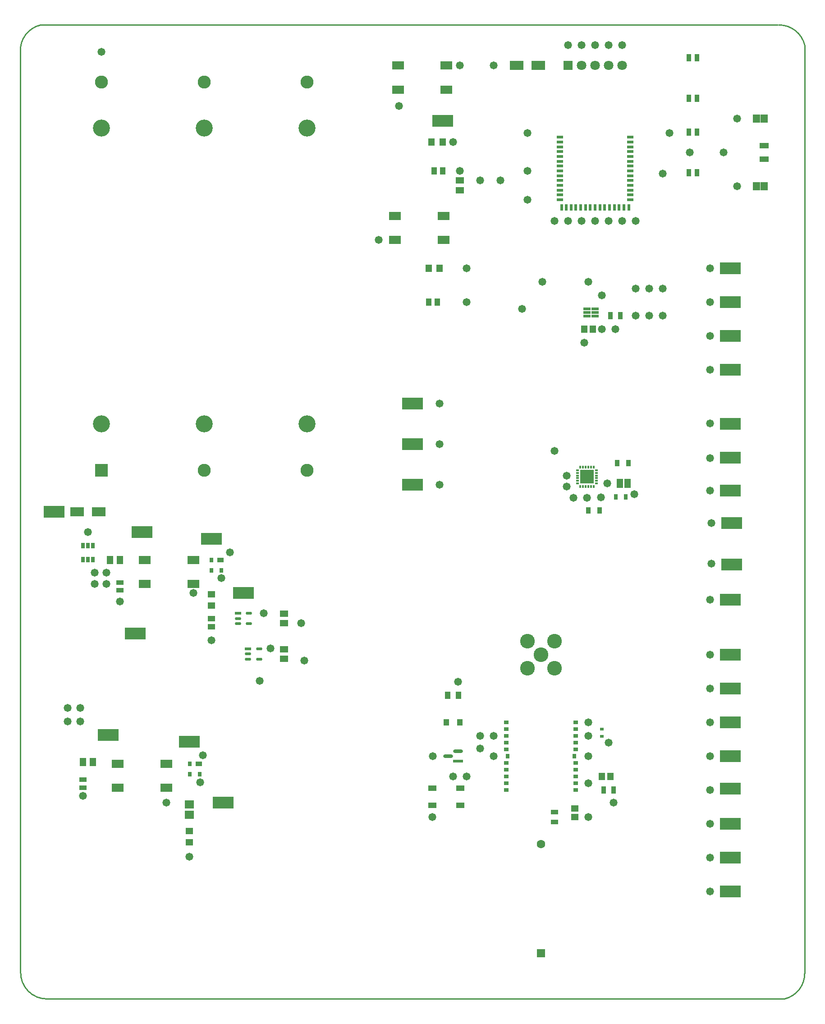
<source format=gts>
G04*
G04 #@! TF.GenerationSoftware,Altium Limited,Altium Designer,22.6.1 (34)*
G04*
G04 Layer_Color=8388736*
%FSLAX25Y25*%
%MOIN*%
G70*
G04*
G04 #@! TF.SameCoordinates,0C23EDBF-805D-421A-8D3F-8ECBED75DDC4*
G04*
G04*
G04 #@! TF.FilePolarity,Negative*
G04*
G01*
G75*
%ADD14C,0.01000*%
%ADD15R,0.01968X0.01378*%
%ADD16R,0.01378X0.01968*%
%ADD17R,0.09843X0.09843*%
%ADD19R,0.03543X0.05118*%
%ADD20R,0.03150X0.04134*%
%ADD22R,0.03937X0.05315*%
%ADD23R,0.04331X0.04921*%
%ADD25R,0.05512X0.03740*%
%ADD26R,0.05363X0.04755*%
%ADD27R,0.03150X0.02362*%
%ADD28R,0.04755X0.05363*%
%ADD29R,0.06102X0.03937*%
G04:AMPARAMS|DCode=30|XSize=71.82mil|YSize=24.33mil|CornerRadius=12.17mil|HoleSize=0mil|Usage=FLASHONLY|Rotation=180.000|XOffset=0mil|YOffset=0mil|HoleType=Round|Shape=RoundedRectangle|*
%AMROUNDEDRECTD30*
21,1,0.07182,0.00000,0,0,180.0*
21,1,0.04749,0.02433,0,0,180.0*
1,1,0.02433,-0.02375,0.00000*
1,1,0.02433,0.02375,0.00000*
1,1,0.02433,0.02375,0.00000*
1,1,0.02433,-0.02375,0.00000*
%
%ADD30ROUNDEDRECTD30*%
%ADD31R,0.07182X0.02433*%
%ADD32R,0.03740X0.05512*%
%ADD35R,0.07087X0.03937*%
%ADD38R,0.03740X0.05315*%
%ADD40R,0.02402X0.05000*%
%ADD41R,0.05000X0.02402*%
G04:AMPARAMS|DCode=42|XSize=47.45mil|YSize=20.95mil|CornerRadius=10.48mil|HoleSize=0mil|Usage=FLASHONLY|Rotation=0.000|XOffset=0mil|YOffset=0mil|HoleType=Round|Shape=RoundedRectangle|*
%AMROUNDEDRECTD42*
21,1,0.04745,0.00000,0,0,0.0*
21,1,0.02650,0.02095,0,0,0.0*
1,1,0.02095,0.01325,0.00000*
1,1,0.02095,-0.01325,0.00000*
1,1,0.02095,-0.01325,0.00000*
1,1,0.02095,0.01325,0.00000*
%
%ADD42ROUNDEDRECTD42*%
%ADD43R,0.04745X0.02095*%
%ADD50R,0.05315X0.03740*%
%ADD51R,0.09843X0.06693*%
%ADD53R,0.02717X0.03898*%
%ADD54R,0.04934X0.06509*%
%ADD55R,0.15761X0.08792*%
%ADD56R,0.03600X0.02800*%
%ADD57R,0.02800X0.03600*%
%ADD58R,0.06115X0.04737*%
%ADD59R,0.05328X0.06115*%
%ADD60R,0.03950X0.05721*%
%ADD61R,0.05131X0.05524*%
%ADD62R,0.05524X0.02178*%
%ADD63R,0.09068X0.06312*%
%ADD64R,0.04737X0.03556*%
%ADD65R,0.03162X0.03556*%
%ADD66R,0.05524X0.05131*%
%ADD67R,0.06902X0.06115*%
%ADD68R,0.04737X0.06115*%
%ADD69R,0.05721X0.03950*%
%ADD70C,0.06299*%
%ADD71R,0.06299X0.06299*%
%ADD72C,0.10800*%
%ADD73C,0.07099*%
%ADD74R,0.07099X0.07099*%
%ADD75C,0.12598*%
%ADD76C,0.09646*%
%ADD77R,0.09646X0.09646*%
%ADD78C,0.05800*%
D14*
X580000Y705000D02*
G03*
X560826Y720000I-18924J-4435D01*
G01*
X227Y19994D02*
G03*
X20000Y0I19429J-560D01*
G01*
X15000Y720000D02*
G03*
X28Y700002I4435J-18924D01*
G01*
X565000Y0D02*
G03*
X580000Y19174I-4435J18924D01*
G01*
X580000Y705000D02*
X580000Y18924D01*
X35000Y720000D02*
X560000Y720000D01*
X15000Y720000D02*
X35000D01*
X-0Y700000D02*
X0Y20000D01*
X20000Y-0D02*
X565000Y-0D01*
D15*
X411929Y390905D02*
D03*
Y388937D02*
D03*
Y386968D02*
D03*
Y385000D02*
D03*
Y383032D02*
D03*
Y381063D02*
D03*
X426102D02*
D03*
Y383032D02*
D03*
Y385000D02*
D03*
Y386968D02*
D03*
Y388937D02*
D03*
Y390905D02*
D03*
D16*
X414094Y378898D02*
D03*
X416063D02*
D03*
X418032D02*
D03*
X420000D02*
D03*
X421969D02*
D03*
X423937D02*
D03*
Y393071D02*
D03*
X421969D02*
D03*
X420000D02*
D03*
X418032D02*
D03*
X416063D02*
D03*
X414094D02*
D03*
D17*
X419016Y385984D02*
D03*
D19*
X449646Y395984D02*
D03*
X441378D02*
D03*
X419882Y360984D02*
D03*
X428150D02*
D03*
D20*
X447657Y370984D02*
D03*
X440374D02*
D03*
D22*
X323937Y224488D02*
D03*
X316063D02*
D03*
D23*
X315079Y204488D02*
D03*
X324921D02*
D03*
D25*
X395000Y130847D02*
D03*
Y138130D02*
D03*
D26*
X410000Y134488D02*
D03*
Y140805D02*
D03*
D27*
X430000Y199488D02*
D03*
Y193976D02*
D03*
D28*
X436316Y164488D02*
D03*
X430000D02*
D03*
X416842Y495000D02*
D03*
X423158D02*
D03*
D29*
X325335Y143189D02*
D03*
X304665D02*
D03*
X325335Y155787D02*
D03*
X304665D02*
D03*
D30*
X316220Y179488D02*
D03*
X323780Y183228D02*
D03*
D31*
Y175748D02*
D03*
D32*
X431358Y154488D02*
D03*
X438642D02*
D03*
X443642Y505000D02*
D03*
X436358D02*
D03*
D35*
X550000Y620846D02*
D03*
Y630689D02*
D03*
D38*
X500370Y665846D02*
D03*
X494465D02*
D03*
Y695846D02*
D03*
X500370D02*
D03*
X494465Y640846D02*
D03*
X500370D02*
D03*
X494465Y610846D02*
D03*
X500370D02*
D03*
D40*
X400157Y585083D02*
D03*
X403701D02*
D03*
X407244D02*
D03*
X410787D02*
D03*
X414370D02*
D03*
X417913D02*
D03*
X421457D02*
D03*
X425000D02*
D03*
X428543D02*
D03*
X432087D02*
D03*
X435669D02*
D03*
X439213D02*
D03*
X442756D02*
D03*
X446299D02*
D03*
X449843D02*
D03*
D41*
X398941Y637008D02*
D03*
Y633465D02*
D03*
Y629921D02*
D03*
Y626378D02*
D03*
Y622795D02*
D03*
Y619252D02*
D03*
Y615709D02*
D03*
Y612165D02*
D03*
Y608622D02*
D03*
Y605079D02*
D03*
Y601496D02*
D03*
Y597953D02*
D03*
Y594410D02*
D03*
Y590866D02*
D03*
X451059D02*
D03*
Y594410D02*
D03*
Y597953D02*
D03*
Y601496D02*
D03*
Y605079D02*
D03*
Y608622D02*
D03*
Y612165D02*
D03*
Y615709D02*
D03*
Y619252D02*
D03*
Y622795D02*
D03*
Y626378D02*
D03*
Y629921D02*
D03*
Y633465D02*
D03*
Y637008D02*
D03*
D42*
X176695Y258740D02*
D03*
Y251260D02*
D03*
X168423D02*
D03*
Y255000D02*
D03*
X169136Y285039D02*
D03*
Y277559D02*
D03*
X160864D02*
D03*
Y281299D02*
D03*
D43*
X168423Y258740D02*
D03*
X160864Y285039D02*
D03*
D50*
X46457Y156142D02*
D03*
Y162047D02*
D03*
X73543Y302047D02*
D03*
Y307953D02*
D03*
D51*
X42126Y360000D02*
D03*
X57874D02*
D03*
X367126Y690000D02*
D03*
X382874D02*
D03*
D53*
X53740Y324902D02*
D03*
X50000D02*
D03*
X46260D02*
D03*
Y335098D02*
D03*
X50000D02*
D03*
X53740D02*
D03*
D54*
X443386Y380984D02*
D03*
X449094D02*
D03*
D55*
X525906Y351929D02*
D03*
Y321299D02*
D03*
X525000Y295000D02*
D03*
Y425000D02*
D03*
Y400000D02*
D03*
Y375644D02*
D03*
Y79488D02*
D03*
Y254488D02*
D03*
Y229488D02*
D03*
Y204488D02*
D03*
Y179488D02*
D03*
Y155374D02*
D03*
Y104488D02*
D03*
Y129488D02*
D03*
X290000Y380000D02*
D03*
X525000Y465000D02*
D03*
Y490000D02*
D03*
Y515000D02*
D03*
Y540000D02*
D03*
X85000Y270000D02*
D03*
X312283Y649134D02*
D03*
X65000Y195000D02*
D03*
X125000Y190000D02*
D03*
X150000Y145000D02*
D03*
X165000Y300000D02*
D03*
X141260Y340000D02*
D03*
X90000Y345000D02*
D03*
X25000Y360000D02*
D03*
X290000Y440000D02*
D03*
Y410000D02*
D03*
D56*
X359400Y204488D02*
D03*
Y199488D02*
D03*
Y194488D02*
D03*
Y189488D02*
D03*
Y184488D02*
D03*
Y174488D02*
D03*
Y169488D02*
D03*
Y164488D02*
D03*
Y159488D02*
D03*
Y154488D02*
D03*
X410600D02*
D03*
Y159488D02*
D03*
Y164488D02*
D03*
Y169488D02*
D03*
Y174488D02*
D03*
Y184488D02*
D03*
Y189488D02*
D03*
Y194488D02*
D03*
Y199488D02*
D03*
Y204488D02*
D03*
D57*
X360200Y179488D02*
D03*
X409800D02*
D03*
D58*
X325000Y597953D02*
D03*
Y605039D02*
D03*
X195000Y251457D02*
D03*
Y258543D02*
D03*
Y277756D02*
D03*
Y284842D02*
D03*
D59*
X550000Y600768D02*
D03*
X544291D02*
D03*
X550000Y650768D02*
D03*
X544291D02*
D03*
D60*
X308150Y515000D02*
D03*
X301850D02*
D03*
X305984Y612165D02*
D03*
X312283D02*
D03*
D61*
X310118Y540000D02*
D03*
X301850D02*
D03*
X304016Y633465D02*
D03*
X312283D02*
D03*
D62*
X419095Y510000D02*
D03*
Y507441D02*
D03*
Y504882D02*
D03*
X425000Y510000D02*
D03*
Y507441D02*
D03*
Y504882D02*
D03*
D63*
X315000Y690000D02*
D03*
X279173D02*
D03*
X315000Y672284D02*
D03*
X279173D02*
D03*
X72087Y156142D02*
D03*
X107913D02*
D03*
X72087Y173858D02*
D03*
X107913D02*
D03*
X92087Y306713D02*
D03*
X127913D02*
D03*
X92087Y324429D02*
D03*
X127913D02*
D03*
X312913Y578858D02*
D03*
X277087D02*
D03*
X312913Y561142D02*
D03*
X277087D02*
D03*
D64*
X131906Y173937D02*
D03*
X147953Y324590D02*
D03*
D65*
X125213Y173937D02*
D03*
Y166063D02*
D03*
X132694D02*
D03*
X141260Y324590D02*
D03*
Y316716D02*
D03*
X148740D02*
D03*
D66*
X125000Y124134D02*
D03*
Y115866D02*
D03*
X141260Y299134D02*
D03*
Y290866D02*
D03*
D67*
X125000Y143839D02*
D03*
Y136161D02*
D03*
D68*
X53543Y175000D02*
D03*
X46457D02*
D03*
X73543Y324310D02*
D03*
X66457D02*
D03*
D69*
X141260Y281299D02*
D03*
Y275000D02*
D03*
D70*
X385000Y114488D02*
D03*
D71*
Y33779D02*
D03*
D72*
Y254488D02*
D03*
X375000Y264488D02*
D03*
X395000D02*
D03*
Y244488D02*
D03*
X375000D02*
D03*
D73*
X425000Y690000D02*
D03*
X415000D02*
D03*
X435000D02*
D03*
X445000D02*
D03*
D74*
X405000D02*
D03*
D75*
X135984Y643937D02*
D03*
Y425000D02*
D03*
X211968D02*
D03*
Y643937D02*
D03*
X60000D02*
D03*
Y425000D02*
D03*
D76*
X135984Y677972D02*
D03*
Y390965D02*
D03*
X211968Y677972D02*
D03*
Y390965D02*
D03*
X60000Y677972D02*
D03*
D77*
Y390965D02*
D03*
D78*
X375000Y640000D02*
D03*
X480000D02*
D03*
X370879Y510000D02*
D03*
X430000Y495000D02*
D03*
X495000Y625846D02*
D03*
X438642Y145000D02*
D03*
X310000Y440000D02*
D03*
Y410000D02*
D03*
Y380000D02*
D03*
X475000Y525000D02*
D03*
X465000D02*
D03*
X455000D02*
D03*
X465000Y505000D02*
D03*
X455000D02*
D03*
X440000Y495000D02*
D03*
X385866Y530000D02*
D03*
X420000D02*
D03*
X395000Y405000D02*
D03*
X475000Y505000D02*
D03*
X430000Y520000D02*
D03*
X510000Y295000D02*
D03*
X454095Y373071D02*
D03*
X419016Y385984D02*
D03*
X409094Y370492D02*
D03*
X434016Y380984D02*
D03*
X404016Y378898D02*
D03*
Y386684D02*
D03*
X429171Y370706D02*
D03*
X419016Y370492D02*
D03*
X510906Y321929D02*
D03*
X510079Y399787D02*
D03*
X510000Y375644D02*
D03*
X510906Y351929D02*
D03*
X510000Y425317D02*
D03*
X425000Y575061D02*
D03*
X435000Y575000D02*
D03*
X455000Y575061D02*
D03*
X415000D02*
D03*
X395000Y575000D02*
D03*
X405000Y575061D02*
D03*
X445000D02*
D03*
X323780Y234488D02*
D03*
X340000Y194488D02*
D03*
Y185000D02*
D03*
X350000Y194488D02*
D03*
Y179488D02*
D03*
X420000Y194488D02*
D03*
Y204488D02*
D03*
X304665Y134488D02*
D03*
X330000Y164488D02*
D03*
X320000D02*
D03*
X305000Y179488D02*
D03*
X420000D02*
D03*
Y159488D02*
D03*
X435000Y189488D02*
D03*
X420000Y134488D02*
D03*
X510000Y254488D02*
D03*
Y79488D02*
D03*
Y104488D02*
D03*
Y129488D02*
D03*
Y154488D02*
D03*
Y179488D02*
D03*
Y204488D02*
D03*
Y229488D02*
D03*
X355000Y605079D02*
D03*
X340000D02*
D03*
X475000Y610000D02*
D03*
X530000Y600768D02*
D03*
Y650768D02*
D03*
X330000Y515000D02*
D03*
Y540000D02*
D03*
X375000Y590866D02*
D03*
Y612165D02*
D03*
X265000Y561142D02*
D03*
X520000Y625846D02*
D03*
X60000Y700000D02*
D03*
X416842Y485000D02*
D03*
X510000Y465000D02*
D03*
Y490000D02*
D03*
Y515000D02*
D03*
Y540000D02*
D03*
X325000Y690000D02*
D03*
X207596Y277756D02*
D03*
X280000Y660000D02*
D03*
X350000Y690000D02*
D03*
X415000Y705000D02*
D03*
X405000D02*
D03*
X445000D02*
D03*
X435000D02*
D03*
X425000D02*
D03*
X210000Y250000D02*
D03*
X325000Y612165D02*
D03*
X320000Y633465D02*
D03*
X176809Y235000D02*
D03*
X185000Y259038D02*
D03*
X180000Y285039D02*
D03*
X135000Y180000D02*
D03*
X63795Y306713D02*
D03*
X55000D02*
D03*
X63795Y315000D02*
D03*
X44301Y215000D02*
D03*
X35000D02*
D03*
X44301Y205000D02*
D03*
X125000Y105000D02*
D03*
X141260Y265000D02*
D03*
X107992Y145000D02*
D03*
X133087Y160000D02*
D03*
X46457Y150000D02*
D03*
X35000Y205000D02*
D03*
X148740Y311142D02*
D03*
X155000Y330000D02*
D03*
X127913Y300000D02*
D03*
X73543Y293858D02*
D03*
X55000Y315000D02*
D03*
X50000Y345000D02*
D03*
M02*

</source>
